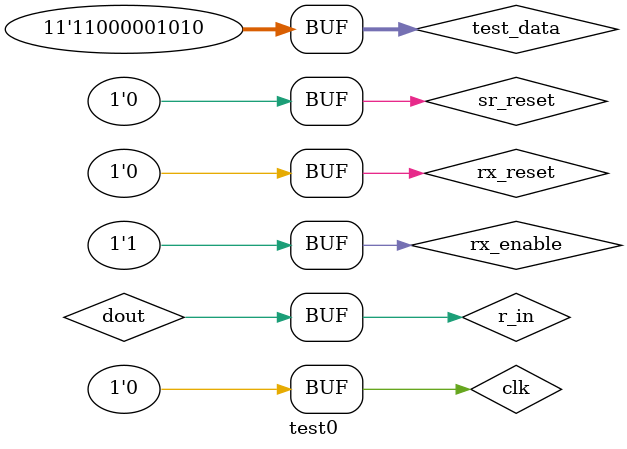
<source format=v>
module test0();
localparam CYCLES = 11*8;
reg clk = 1'b0;
reg rx_reset = 1'b0;
reg rx_enable = 1'b0;

reg sr_reset = 1'b0;
wire dout;
reg [10:0] test_data = 11'b11000001010;
wire [7:0] rx_data;

wire r_in;
assign r_in = rx_enable ? dout : 1'b1;

wire cout;

clock_divider cd(
	.clkin(clk),
	.reset(sr_reset),
	.clkout(cout)
);

shift_reg_piso #(11) sr(
	.clk(cout),
	.reset(sr_reset),
	.datain(test_data),
	.dataout(dout)
);

rx_module rm(
	.clk(clk),
	.reset(rx_reset),
	.enable(rx_enable),
	.data_out(rx_data),
	.rx(r_in)
);

initial begin
	$monitor("%b", rx_data);
	// $monitor("%b", dout);
	sr_reset = 1'b1;
	#1 sr_reset = 1'b0;
	rx_reset = 1'b1;
	#1 rx_reset = 1'b0;
	rx_enable = 1'b1;
end

always @ (posedge clk) begin
	$display("Posedge");
end

initial repeat(CYCLES*2) begin
	#5 clk = ~clk;
end

endmodule


</source>
